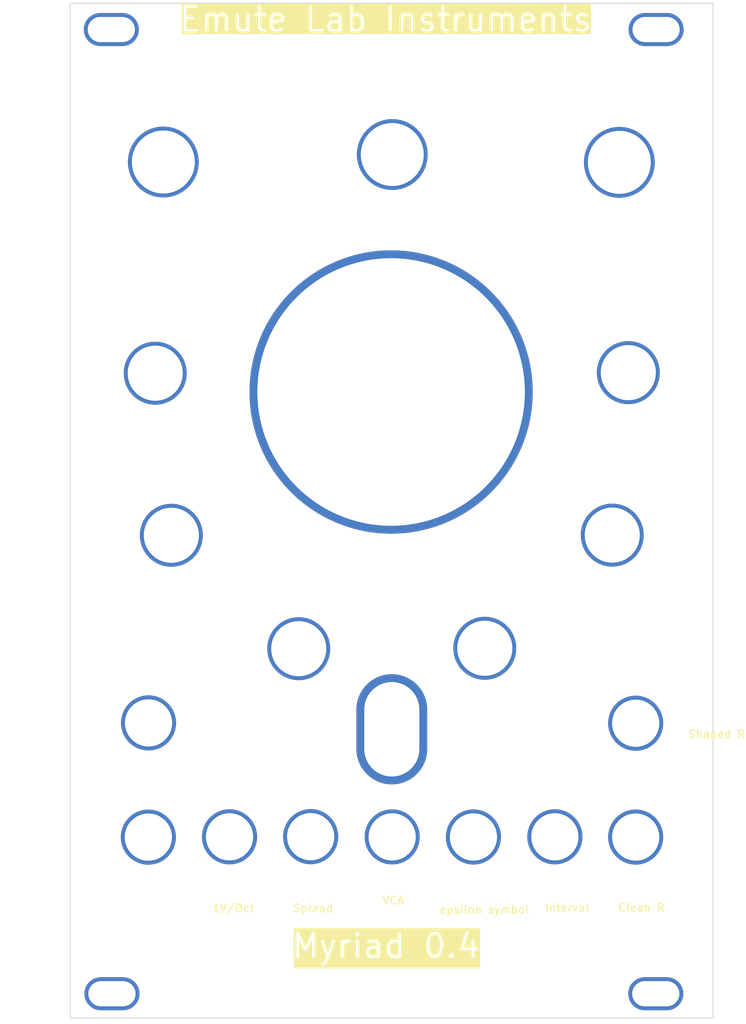
<source format=kicad_pcb>
(kicad_pcb (version 20240108) (generator "pcbnew") (generator_version "8.0")
  (layers (0 "F.Cu" signal) (31 "B.Cu" jumper) (34 "B.Paste" user) (35 "F.Paste" user) (36 "B.SilkS" user "B.Silkscreen") (37 "F.SilkS" user "F.Silkscreen") (38 "B.Mask" user) (39 "F.Mask" user) (44 "Edge.Cuts" user))
  (net 0 "")
  (footprint "benjiaomodular:PanelHole_Potentiometer_RV09" (layer "F.Cu") (at 95.0986 118.401817 180)
    (property "Reference" "REF**" (hide yes))
    (property "Value" "PanelHole_Potentiometer_RV09" (hide yes))
    (pad "" np_thru_hole oval (at 7.5 2.5 270) (size 14 9) (drill oval 12 7) (layers "F&B.Cu" "*.Mask"))
  )
  (footprint "benjiaomodular:PanelHole_AudioJack_3.5mm" (layer "F.Cu") (at 108.324898 123.063018)
    (property "Reference" "REF**" (hide yes))
    (property "Value" "PanelHole_AudioJack_3.5mm")
    (pad "" thru_hole circle (at 0 6.5 180) (size 7 7) (drill 6) (layers "*.Cu" "*.Mask"))
  )
  (footprint "benjiaomodular:MountingHole_M3" (layer "F.Cu") (at 121.19 27)
    (property "Reference" "REF**" (hide yes))
    (property "Value" "MountingHole_M3")
    (pad "" thru_hole oval (at 0 0) (size 7 4.2) (drill oval 6 3.2) (layers "*.Cu" "*.Mask"))
  )
  (footprint "emutelab:PanelHole_Encoder" (layer "F.Cu") (at 114.02 51.3725 90)
    (property "Reference" "REF**" (hide yes))
    (property "Value" "PanelHole_Encoder" (hide yes))
    (pad "" thru_hole circle (at 7.5 2.5 180) (size 9 9) (drill 8) (layers "*.Cu" "*.Mask"))
  )
  (footprint "benjiaomodular:PanelHole_AudioJack_3.5mm" (layer "F.Cu") (at 66.974898 123.063017)
    (property "Reference" "REF**" (hide yes))
    (property "Value" "PanelHole_AudioJack_3.5mm")
    (pad "" thru_hole circle (at 0 6.5 180) (size 7 7) (drill 6) (layers "*.Cu" "*.Mask"))
  )
  (footprint "benjiaomodular:PanelHole_AudioJack_3.5mm" (layer "F.Cu") (at 118.594898 123.093017)
    (property "Reference" "REF**" (hide yes))
    (property "Value" "PanelHole_AudioJack_3.5mm")
    (pad "" thru_hole circle (at 0 6.5 180) (size 7 7) (drill 6) (layers "*.Cu" "*.Mask"))
  )
  (footprint "benjiaomodular:MountingHole_M3" (layer "F.Cu") (at 121.15 149.5)
    (property "Reference" "REF**" (hide yes))
    (property "Value" "MountingHole_M3")
    (pad "" thru_hole oval (at 0 0) (size 7 4.2) (drill oval 6 3.2) (layers "*.Cu" "*.Mask"))
  )
  (footprint "emutelab:PanelHole_Encoder" (layer "F.Cu") (at 56.06 51.33 90)
    (property "Reference" "REF**" (hide yes))
    (property "Value" "PanelHole_Encoder" (hide yes))
    (pad "" thru_hole circle (at 7.5 2.5 180) (size 9 9) (drill 8) (layers "*.Cu" "*.Mask"))
  )
  (footprint "benjiaomodular:PanelHole_AudioJack_3.5mm" (layer "F.Cu") (at 77.284898 123.043017)
    (property "Reference" "REF**" (hide yes))
    (property "Value" "PanelHole_AudioJack_3.5mm")
    (pad "" thru_hole circle (at 0 6.5 180) (size 7 7) (drill 6) (layers "*.Cu" "*.Mask"))
  )
  (footprint "benjiaomodular:PanelHole_Potentiometer_RV09" (layer "F.Cu") (at 113.12 98.7325 90)
    (property "Reference" "REF**" (hide yes))
    (property "Value" "PanelHole_Potentiometer_RV09" (hide yes))
    (pad "" thru_hole circle (at 7.5 2.5 180) (size 8 8) (drill 7) (layers "*.Cu" "*.Mask"))
  )
  (footprint "benjiaomodular:PanelHole_AudioJack_3.5mm" (layer "F.Cu") (at 97.974898 123.083018)
    (property "Reference" "REF**" (hide yes))
    (property "Value" "PanelHole_AudioJack_3.5mm")
    (pad "" thru_hole circle (at 0 6.5 180) (size 7 7) (drill 6) (layers "*.Cu" "*.Mask"))
  )
  (footprint "benjiaomodular:MountingHole_M3" (layer "F.Cu") (at 51.95 27)
    (property "Reference" "REF**" (hide yes))
    (property "Value" "MountingHole_M3")
    (pad "" thru_hole oval (at 0 0) (size 7 4.2) (drill oval 6 3.2) (layers "*.Cu" "*.Mask"))
  )
  (footprint "benjiaomodular:PanelHole_Potentiometer_RV09" (layer "F.Cu") (at 115.16 78.09 90)
    (property "Reference" "REF**" (hide yes))
    (property "Value" "PanelHole_Potentiometer_RV09" (hide yes))
    (pad "" thru_hole circle (at 7.5 2.5 180) (size 8 8) (drill 7) (layers "*.Cu" "*.Mask"))
  )
  (footprint "benjiaomodular:PanelHole_AudioJack_3.5mm" (layer "F.Cu") (at 118.595898 108.633011)
    (property "Reference" "REF**" (hide yes))
    (property "Value" "PanelHole_AudioJack_3.5mm")
    (pad "" thru_hole circle (at 0 6.5 180) (size 7 7) (drill 6) (layers "*.Cu" "*.Mask"))
  )
  (footprint "benjiaomodular:PanelHole_Potentiometer_RV09" (layer "F.Cu") (at 73.27 113.16 90)
    (property "Reference" "REF**" (hide yes))
    (property "Value" "PanelHole_Potentiometer_RV09" (hide yes))
    (pad "" thru_hole circle (at 7.5 2.5 180) (size 8 8) (drill 7) (layers "*.Cu" "*.Mask"))
  )
  (footprint "benjiaomodular:MountingHole_M3" (layer "F.Cu") (at 52.03 149.5)
    (property "Reference" "REF**" (hide yes))
    (property "Value" "MountingHole_M3")
    (pad "" thru_hole oval (at 0 0) (size 7 4.2) (drill oval 6 3.2) (layers "*.Cu" "*.Mask"))
  )
  (footprint "benjiaomodular:PanelHole_Potentiometer_RV09" (layer "F.Cu") (at 55.03 78.1625 90)
    (property "Reference" "REF**" (hide yes))
    (property "Value" "PanelHole_Potentiometer_RV09" (hide yes))
    (pad "" thru_hole circle (at 7.5 2.5 180) (size 8 8) (drill 7) (layers "*.Cu" "*.Mask"))
  )
  (footprint "benjiaomodular:PanelHole_AudioJack_3.5mm" (layer "F.Cu") (at 56.654898 123.103017)
    (property "Reference" "REF**" (hide yes))
    (property "Value" "PanelHole_AudioJack_3.5mm")
    (pad "" thru_hole circle (at 0 6.5 180) (size 7 7) (drill 6) (layers "*.Cu" "*.Mask"))
  )
  (footprint "emutelab:PanelHole_Screen_Round_TFT" (layer "F.Cu") (at 80.01 70.55)
    (property "Reference" "REF**" (hide yes))
    (property "Value" "PanelHole_Screen_Round_TFT" (hide yes))
    (pad "" np_thru_hole circle (at 7.5 2.5 90) (size 36 36) (drill 34) (layers "F&B.Cu" "*.Mask"))
  )
  (footprint "benjiaomodular:PanelHole_Potentiometer_RV09" (layer "F.Cu") (at 96.92 113.11 90)
    (property "Reference" "REF**" (hide yes))
    (property "Value" "PanelHole_Potentiometer_RV09" (hide yes))
    (pad "" thru_hole circle (at 7.5 2.5 180) (size 8 8) (drill 7) (layers "*.Cu" "*.Mask"))
  )
  (footprint "benjiaomodular:PanelHole_Potentiometer_RV09" (layer "F.Cu") (at 57.08 98.7525 90)
    (property "Reference" "REF**" (hide yes))
    (property "Value" "PanelHole_Potentiometer_RV09" (hide yes))
    (pad "" thru_hole circle (at 7.5 2.5 180) (size 8 8) (drill 7) (layers "*.Cu" "*.Mask"))
  )
  (footprint "benjiaomodular:PanelHole_AudioJack_3.5mm" (layer "F.Cu") (at 56.68 108.590001)
    (property "Reference" "REF**" (hide yes))
    (property "Value" "PanelHole_AudioJack_3.5mm")
    (pad "" thru_hole circle (at 0 6.5 180) (size 7 7) (drill 6) (layers "*.Cu" "*.Mask"))
  )
  (footprint "benjiaomodular:PanelHole_AudioJack_3.5mm" (layer "F.Cu") (at 87.644898 123.073017)
    (property "Reference" "REF**" (hide yes))
    (property "Value" "PanelHole_AudioJack_3.5mm")
    (pad "" thru_hole circle (at 0 6.5 180) (size 7 7) (drill 6) (layers "*.Cu" "*.Mask"))
  )
  (footprint "emutelab:PanelHole_Encoder" (layer "F.Cu") (at 85.16 50.38 90)
    (property "Reference" "REF**" (hide yes))
    (property "Value" "PanelHole_Encoder" (hide yes))
    (pad "" thru_hole circle (at 7.5 2.5 180) (size 9 9) (drill 8) (layers "*.Cu" "*.Mask"))
  )
  (gr_rect (start 46.72 23.65) (end 128.42 152.59) (stroke (width 0.1)) (fill none) (layer "Edge.Cuts"))
  (gr_text "Shaped R" (at 125.2 117.11 0) (layer "F.SilkS") (effects (font (size 1 1)) (justify left bottom)))
  (gr_text "Interval\n" (at 107.01 139.14 0) (layer "F.SilkS") (effects (font (size 1 1)) (justify left bottom)))
  (gr_text "1V/Oct\n" (at 64.7 139.23 0) (layer "F.SilkS") (effects (font (size 1 1)) (justify left bottom)))
  (gr_text "Myriad 0.4\n\n" (at 74.71 150.01 0) (layer "F.SilkS" knockout) (effects (font (size 3 3) (thickness 0.3) (bold yes)) (justify left bottom)))
  (gr_text "Emute Lab Instruments" (at 60.4 27.48 0) (layer "F.SilkS" knockout) (effects (font (size 3 3) (thickness 0.3) (bold yes)) (justify left bottom)))
  (gr_text "VCA\n" (at 86.35 138.22 0) (layer "F.SilkS") (effects (font (size 1 1)) (justify left bottom)))
  (gr_text "Spread\n" (at 74.92 139.23 0) (layer "F.SilkS") (effects (font (size 1 1)) (justify left bottom)))
  (gr_text "epsilon symbol\n" (at 93.57 139.41 0) (layer "F.SilkS") (effects (font (size 1 1)) (justify left bottom)))
  (gr_text "Clean R\n" (at 116.24 139.14 0) (layer "F.SilkS") (effects (font (size 1 1)) (justify left bottom)))
)
</source>
